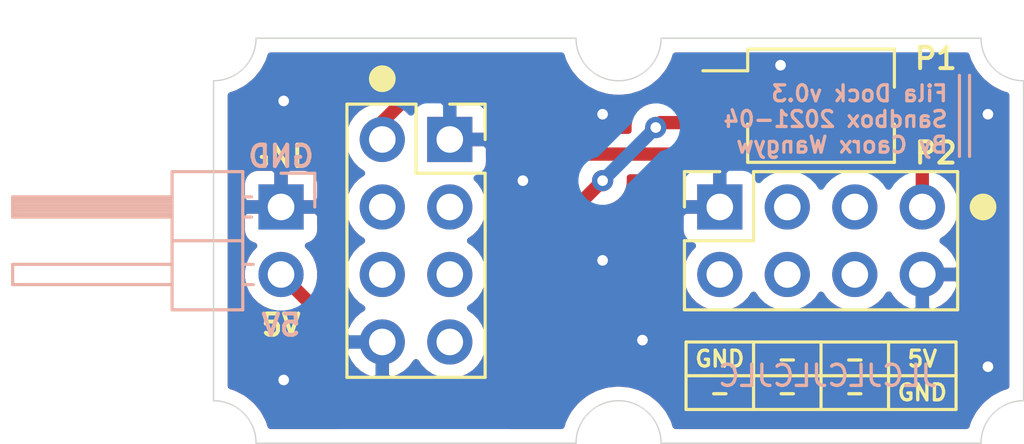
<source format=kicad_pcb>
(kicad_pcb (version 20171130) (host pcbnew "(5.1.9-0-10_14)")

  (general
    (thickness 1.6)
    (drawings 47)
    (tracks 30)
    (zones 0)
    (modules 4)
    (nets 15)
  )

  (page A4)
  (layers
    (0 F.Cu signal)
    (31 B.Cu signal)
    (32 B.Adhes user)
    (33 F.Adhes user)
    (34 B.Paste user)
    (35 F.Paste user)
    (36 B.SilkS user)
    (37 F.SilkS user)
    (38 B.Mask user)
    (39 F.Mask user)
    (40 Dwgs.User user hide)
    (41 Cmts.User user)
    (42 Eco1.User user)
    (43 Eco2.User user)
    (44 Edge.Cuts user)
    (45 Margin user)
    (46 B.CrtYd user)
    (47 F.CrtYd user)
    (48 B.Fab user)
    (49 F.Fab user)
  )

  (setup
    (last_trace_width 0.5)
    (user_trace_width 0.3)
    (user_trace_width 0.5)
    (trace_clearance 0.2)
    (zone_clearance 0.508)
    (zone_45_only no)
    (trace_min 0.2)
    (via_size 0.8)
    (via_drill 0.4)
    (via_min_size 0.4)
    (via_min_drill 0.3)
    (uvia_size 0.3)
    (uvia_drill 0.1)
    (uvias_allowed no)
    (uvia_min_size 0.2)
    (uvia_min_drill 0.1)
    (edge_width 0.05)
    (segment_width 0.2)
    (pcb_text_width 0.3)
    (pcb_text_size 1.5 1.5)
    (mod_edge_width 0.12)
    (mod_text_size 1 1)
    (mod_text_width 0.15)
    (pad_size 1.524 1.524)
    (pad_drill 0.762)
    (pad_to_mask_clearance 0)
    (aux_axis_origin 0 0)
    (visible_elements 7FFFFFFF)
    (pcbplotparams
      (layerselection 0x010fc_ffffffff)
      (usegerberextensions false)
      (usegerberattributes false)
      (usegerberadvancedattributes false)
      (creategerberjobfile true)
      (excludeedgelayer true)
      (linewidth 0.100000)
      (plotframeref false)
      (viasonmask false)
      (mode 1)
      (useauxorigin false)
      (hpglpennumber 1)
      (hpglpenspeed 20)
      (hpglpendiameter 15.000000)
      (psnegative false)
      (psa4output false)
      (plotreference true)
      (plotvalue true)
      (plotinvisibletext false)
      (padsonsilk false)
      (subtractmaskfromsilk false)
      (outputformat 1)
      (mirror false)
      (drillshape 0)
      (scaleselection 1)
      (outputdirectory "../Production Files/Production/"))
  )

  (net 0 "")
  (net 1 GND)
  (net 2 /5v_CON1)
  (net 3 /5v_CON2)
  (net 4 /5v_PWR)
  (net 5 "Net-(J1-Pad3)")
  (net 6 "Net-(J1-Pad4)")
  (net 7 "Net-(J1-Pad5)")
  (net 8 "Net-(J1-Pad6)")
  (net 9 "Net-(J1-Pad7)")
  (net 10 "Net-(J2-Pad2)")
  (net 11 "Net-(J2-Pad3)")
  (net 12 "Net-(J2-Pad4)")
  (net 13 "Net-(J2-Pad5)")
  (net 14 "Net-(J2-Pad6)")

  (net_class Default 这是默认网络类。
    (clearance 0.2)
    (trace_width 0.25)
    (via_dia 0.8)
    (via_drill 0.4)
    (uvia_dia 0.3)
    (uvia_drill 0.1)
    (add_net /5v_CON1)
    (add_net /5v_CON2)
    (add_net /5v_PWR)
    (add_net GND)
    (add_net "Net-(J1-Pad3)")
    (add_net "Net-(J1-Pad4)")
    (add_net "Net-(J1-Pad5)")
    (add_net "Net-(J1-Pad6)")
    (add_net "Net-(J1-Pad7)")
    (add_net "Net-(J2-Pad2)")
    (add_net "Net-(J2-Pad3)")
    (add_net "Net-(J2-Pad4)")
    (add_net "Net-(J2-Pad5)")
    (add_net "Net-(J2-Pad6)")
  )

  (module Connector_PinSocket_2.54mm:PinSocket_2x04_P2.54mm_Vertical (layer F.Cu) (tedit 5A19A422) (tstamp 607639E0)
    (at 105.41 46.99 90)
    (descr "Through hole straight socket strip, 2x04, 2.54mm pitch, double cols (from Kicad 4.0.7), script generated")
    (tags "Through hole socket strip THT 2x04 2.54mm double row")
    (path /60670B57)
    (fp_text reference J2 (at -1.27 -2.77 90) (layer F.Fab)
      (effects (font (size 1 1) (thickness 0.15)))
    )
    (fp_text value Conn_2 (at -1.27 10.39 90) (layer F.Fab)
      (effects (font (size 1 1) (thickness 0.15)))
    )
    (fp_line (start -4.34 9.4) (end -4.34 -1.8) (layer F.CrtYd) (width 0.05))
    (fp_line (start 1.76 9.4) (end -4.34 9.4) (layer F.CrtYd) (width 0.05))
    (fp_line (start 1.76 -1.8) (end 1.76 9.4) (layer F.CrtYd) (width 0.05))
    (fp_line (start -4.34 -1.8) (end 1.76 -1.8) (layer F.CrtYd) (width 0.05))
    (fp_line (start 0 -1.33) (end 1.33 -1.33) (layer F.SilkS) (width 0.12))
    (fp_line (start 1.33 -1.33) (end 1.33 0) (layer F.SilkS) (width 0.12))
    (fp_line (start -1.27 -1.33) (end -1.27 1.27) (layer F.SilkS) (width 0.12))
    (fp_line (start -1.27 1.27) (end 1.33 1.27) (layer F.SilkS) (width 0.12))
    (fp_line (start 1.33 1.27) (end 1.33 8.95) (layer F.SilkS) (width 0.12))
    (fp_line (start -3.87 8.95) (end 1.33 8.95) (layer F.SilkS) (width 0.12))
    (fp_line (start -3.87 -1.33) (end -3.87 8.95) (layer F.SilkS) (width 0.12))
    (fp_line (start -3.87 -1.33) (end -1.27 -1.33) (layer F.SilkS) (width 0.12))
    (fp_line (start -3.81 8.89) (end -3.81 -1.27) (layer F.Fab) (width 0.1))
    (fp_line (start 1.27 8.89) (end -3.81 8.89) (layer F.Fab) (width 0.1))
    (fp_line (start 1.27 -0.27) (end 1.27 8.89) (layer F.Fab) (width 0.1))
    (fp_line (start 0.27 -1.27) (end 1.27 -0.27) (layer F.Fab) (width 0.1))
    (fp_line (start -3.81 -1.27) (end 0.27 -1.27) (layer F.Fab) (width 0.1))
    (fp_text user %R (at -1.27 3.81) (layer F.Fab)
      (effects (font (size 1 1) (thickness 0.15)))
    )
    (pad 1 thru_hole rect (at 0 0 90) (size 1.7 1.7) (drill 1) (layers *.Cu *.Mask)
      (net 1 GND))
    (pad 2 thru_hole oval (at -2.54 0 90) (size 1.7 1.7) (drill 1) (layers *.Cu *.Mask)
      (net 10 "Net-(J2-Pad2)"))
    (pad 3 thru_hole oval (at 0 2.54 90) (size 1.7 1.7) (drill 1) (layers *.Cu *.Mask)
      (net 11 "Net-(J2-Pad3)"))
    (pad 4 thru_hole oval (at -2.54 2.54 90) (size 1.7 1.7) (drill 1) (layers *.Cu *.Mask)
      (net 12 "Net-(J2-Pad4)"))
    (pad 5 thru_hole oval (at 0 5.08 90) (size 1.7 1.7) (drill 1) (layers *.Cu *.Mask)
      (net 13 "Net-(J2-Pad5)"))
    (pad 6 thru_hole oval (at -2.54 5.08 90) (size 1.7 1.7) (drill 1) (layers *.Cu *.Mask)
      (net 14 "Net-(J2-Pad6)"))
    (pad 7 thru_hole oval (at 0 7.62 90) (size 1.7 1.7) (drill 1) (layers *.Cu *.Mask)
      (net 3 /5v_CON2))
    (pad 8 thru_hole oval (at -2.54 7.62 90) (size 1.7 1.7) (drill 1) (layers *.Cu *.Mask)
      (net 1 GND))
    (model ${KISYS3DMOD}/Connector_PinSocket_2.54mm.3dshapes/PinSocket_2x04_P2.54mm_Vertical.wrl
      (at (xyz 0 0 0))
      (scale (xyz 1 1 1))
      (rotate (xyz 0 0 0))
    )
  )

  (module Connector_PinSocket_2.54mm:PinSocket_2x04_P2.54mm_Vertical (layer F.Cu) (tedit 5A19A422) (tstamp 606982E3)
    (at 95.25 44.45)
    (descr "Through hole straight socket strip, 2x04, 2.54mm pitch, double cols (from Kicad 4.0.7), script generated")
    (tags "Through hole socket strip THT 2x04 2.54mm double row")
    (path /606704CD)
    (fp_text reference J1 (at -1.27 -2.77) (layer F.Fab)
      (effects (font (size 1 1) (thickness 0.15)))
    )
    (fp_text value Conn_1 (at -1.27 10.39) (layer F.Fab)
      (effects (font (size 1 1) (thickness 0.15)))
    )
    (fp_line (start -4.34 9.4) (end -4.34 -1.8) (layer F.CrtYd) (width 0.05))
    (fp_line (start 1.76 9.4) (end -4.34 9.4) (layer F.CrtYd) (width 0.05))
    (fp_line (start 1.76 -1.8) (end 1.76 9.4) (layer F.CrtYd) (width 0.05))
    (fp_line (start -4.34 -1.8) (end 1.76 -1.8) (layer F.CrtYd) (width 0.05))
    (fp_line (start 0 -1.33) (end 1.33 -1.33) (layer F.SilkS) (width 0.12))
    (fp_line (start 1.33 -1.33) (end 1.33 0) (layer F.SilkS) (width 0.12))
    (fp_line (start -1.27 -1.33) (end -1.27 1.27) (layer F.SilkS) (width 0.12))
    (fp_line (start -1.27 1.27) (end 1.33 1.27) (layer F.SilkS) (width 0.12))
    (fp_line (start 1.33 1.27) (end 1.33 8.95) (layer F.SilkS) (width 0.12))
    (fp_line (start -3.87 8.95) (end 1.33 8.95) (layer F.SilkS) (width 0.12))
    (fp_line (start -3.87 -1.33) (end -3.87 8.95) (layer F.SilkS) (width 0.12))
    (fp_line (start -3.87 -1.33) (end -1.27 -1.33) (layer F.SilkS) (width 0.12))
    (fp_line (start -3.81 8.89) (end -3.81 -1.27) (layer F.Fab) (width 0.1))
    (fp_line (start 1.27 8.89) (end -3.81 8.89) (layer F.Fab) (width 0.1))
    (fp_line (start 1.27 -0.27) (end 1.27 8.89) (layer F.Fab) (width 0.1))
    (fp_line (start 0.27 -1.27) (end 1.27 -0.27) (layer F.Fab) (width 0.1))
    (fp_line (start -3.81 -1.27) (end 0.27 -1.27) (layer F.Fab) (width 0.1))
    (fp_text user %R (at -1.27 3.81 90) (layer F.Fab)
      (effects (font (size 1 1) (thickness 0.15)))
    )
    (pad 1 thru_hole rect (at 0 0) (size 1.7 1.7) (drill 1) (layers *.Cu *.Mask)
      (net 1 GND))
    (pad 2 thru_hole oval (at -2.54 0) (size 1.7 1.7) (drill 1) (layers *.Cu *.Mask)
      (net 2 /5v_CON1))
    (pad 3 thru_hole oval (at 0 2.54) (size 1.7 1.7) (drill 1) (layers *.Cu *.Mask)
      (net 5 "Net-(J1-Pad3)"))
    (pad 4 thru_hole oval (at -2.54 2.54) (size 1.7 1.7) (drill 1) (layers *.Cu *.Mask)
      (net 6 "Net-(J1-Pad4)"))
    (pad 5 thru_hole oval (at 0 5.08) (size 1.7 1.7) (drill 1) (layers *.Cu *.Mask)
      (net 7 "Net-(J1-Pad5)"))
    (pad 6 thru_hole oval (at -2.54 5.08) (size 1.7 1.7) (drill 1) (layers *.Cu *.Mask)
      (net 8 "Net-(J1-Pad6)"))
    (pad 7 thru_hole oval (at 0 7.62) (size 1.7 1.7) (drill 1) (layers *.Cu *.Mask)
      (net 9 "Net-(J1-Pad7)"))
    (pad 8 thru_hole oval (at -2.54 7.62) (size 1.7 1.7) (drill 1) (layers *.Cu *.Mask)
      (net 1 GND))
    (model ${KISYS3DMOD}/Connector_PinSocket_2.54mm.3dshapes/PinSocket_2x04_P2.54mm_Vertical.wrl
      (at (xyz 0 0 0))
      (scale (xyz 1 1 1))
      (rotate (xyz 0 0 0))
    )
  )

  (module Connector_PinHeader_2.54mm:PinHeader_1x02_P2.54mm_Horizontal (layer B.Cu) (tedit 59FED5CB) (tstamp 60698672)
    (at 88.9 46.99 180)
    (descr "Through hole angled pin header, 1x02, 2.54mm pitch, 6mm pin length, single row")
    (tags "Through hole angled pin header THT 1x02 2.54mm single row")
    (path /60677A8B)
    (fp_text reference J3 (at 4.385 2.27) (layer B.Fab)
      (effects (font (size 1 1) (thickness 0.15)) (justify mirror))
    )
    (fp_text value PWR_IN (at 4.385 -4.81) (layer B.Fab)
      (effects (font (size 1 1) (thickness 0.15)) (justify mirror))
    )
    (fp_line (start 10.55 1.8) (end -1.8 1.8) (layer B.CrtYd) (width 0.05))
    (fp_line (start 10.55 -4.35) (end 10.55 1.8) (layer B.CrtYd) (width 0.05))
    (fp_line (start -1.8 -4.35) (end 10.55 -4.35) (layer B.CrtYd) (width 0.05))
    (fp_line (start -1.8 1.8) (end -1.8 -4.35) (layer B.CrtYd) (width 0.05))
    (fp_line (start -1.27 1.27) (end 0 1.27) (layer B.SilkS) (width 0.12))
    (fp_line (start -1.27 0) (end -1.27 1.27) (layer B.SilkS) (width 0.12))
    (fp_line (start 1.042929 -2.92) (end 1.44 -2.92) (layer B.SilkS) (width 0.12))
    (fp_line (start 1.042929 -2.16) (end 1.44 -2.16) (layer B.SilkS) (width 0.12))
    (fp_line (start 10.1 -2.92) (end 4.1 -2.92) (layer B.SilkS) (width 0.12))
    (fp_line (start 10.1 -2.16) (end 10.1 -2.92) (layer B.SilkS) (width 0.12))
    (fp_line (start 4.1 -2.16) (end 10.1 -2.16) (layer B.SilkS) (width 0.12))
    (fp_line (start 1.44 -1.27) (end 4.1 -1.27) (layer B.SilkS) (width 0.12))
    (fp_line (start 1.11 -0.38) (end 1.44 -0.38) (layer B.SilkS) (width 0.12))
    (fp_line (start 1.11 0.38) (end 1.44 0.38) (layer B.SilkS) (width 0.12))
    (fp_line (start 4.1 -0.28) (end 10.1 -0.28) (layer B.SilkS) (width 0.12))
    (fp_line (start 4.1 -0.16) (end 10.1 -0.16) (layer B.SilkS) (width 0.12))
    (fp_line (start 4.1 -0.04) (end 10.1 -0.04) (layer B.SilkS) (width 0.12))
    (fp_line (start 4.1 0.08) (end 10.1 0.08) (layer B.SilkS) (width 0.12))
    (fp_line (start 4.1 0.2) (end 10.1 0.2) (layer B.SilkS) (width 0.12))
    (fp_line (start 4.1 0.32) (end 10.1 0.32) (layer B.SilkS) (width 0.12))
    (fp_line (start 10.1 -0.38) (end 4.1 -0.38) (layer B.SilkS) (width 0.12))
    (fp_line (start 10.1 0.38) (end 10.1 -0.38) (layer B.SilkS) (width 0.12))
    (fp_line (start 4.1 0.38) (end 10.1 0.38) (layer B.SilkS) (width 0.12))
    (fp_line (start 4.1 1.33) (end 1.44 1.33) (layer B.SilkS) (width 0.12))
    (fp_line (start 4.1 -3.87) (end 4.1 1.33) (layer B.SilkS) (width 0.12))
    (fp_line (start 1.44 -3.87) (end 4.1 -3.87) (layer B.SilkS) (width 0.12))
    (fp_line (start 1.44 1.33) (end 1.44 -3.87) (layer B.SilkS) (width 0.12))
    (fp_line (start 4.04 -2.86) (end 10.04 -2.86) (layer B.Fab) (width 0.1))
    (fp_line (start 10.04 -2.22) (end 10.04 -2.86) (layer B.Fab) (width 0.1))
    (fp_line (start 4.04 -2.22) (end 10.04 -2.22) (layer B.Fab) (width 0.1))
    (fp_line (start -0.32 -2.86) (end 1.5 -2.86) (layer B.Fab) (width 0.1))
    (fp_line (start -0.32 -2.22) (end -0.32 -2.86) (layer B.Fab) (width 0.1))
    (fp_line (start -0.32 -2.22) (end 1.5 -2.22) (layer B.Fab) (width 0.1))
    (fp_line (start 4.04 -0.32) (end 10.04 -0.32) (layer B.Fab) (width 0.1))
    (fp_line (start 10.04 0.32) (end 10.04 -0.32) (layer B.Fab) (width 0.1))
    (fp_line (start 4.04 0.32) (end 10.04 0.32) (layer B.Fab) (width 0.1))
    (fp_line (start -0.32 -0.32) (end 1.5 -0.32) (layer B.Fab) (width 0.1))
    (fp_line (start -0.32 0.32) (end -0.32 -0.32) (layer B.Fab) (width 0.1))
    (fp_line (start -0.32 0.32) (end 1.5 0.32) (layer B.Fab) (width 0.1))
    (fp_line (start 1.5 0.635) (end 2.135 1.27) (layer B.Fab) (width 0.1))
    (fp_line (start 1.5 -3.81) (end 1.5 0.635) (layer B.Fab) (width 0.1))
    (fp_line (start 4.04 -3.81) (end 1.5 -3.81) (layer B.Fab) (width 0.1))
    (fp_line (start 4.04 1.27) (end 4.04 -3.81) (layer B.Fab) (width 0.1))
    (fp_line (start 2.135 1.27) (end 4.04 1.27) (layer B.Fab) (width 0.1))
    (fp_text user %R (at 2.77 -1.27 -90) (layer B.Fab)
      (effects (font (size 1 1) (thickness 0.15)) (justify mirror))
    )
    (pad 2 thru_hole oval (at 0 -2.54 180) (size 1.7 1.7) (drill 1) (layers *.Cu *.Mask)
      (net 4 /5v_PWR))
    (pad 1 thru_hole rect (at 0 0 180) (size 1.7 1.7) (drill 1) (layers *.Cu *.Mask)
      (net 1 GND))
    (model ${KISYS3DMOD}/Connector_PinHeader_2.54mm.3dshapes/PinHeader_1x02_P2.54mm_Horizontal.wrl
      (at (xyz 0 0 0))
      (scale (xyz 1 1 1))
      (rotate (xyz 0 0 0))
    )
  )

  (module Button_Switch_SMD:SW_DIP_SPSTx02_Slide_KingTek_DSHP02TS_W7.62mm_P1.27mm (layer F.Cu) (tedit 5A508D3E) (tstamp 60762B87)
    (at 109.22 43.18)
    (descr "SMD 2x-dip-switch SPST KingTek_DSHP02TS, Slide, row spacing 7.62 mm (300 mils), body size  (see http://www.kingtek.net.cn/pic/201601201417455112.pdf)")
    (tags "SMD DIP Switch SPST Slide 7.62mm 300mil")
    (path /606D1845)
    (attr smd)
    (fp_text reference SW1 (at 0 -3.13) (layer F.Fab)
      (effects (font (size 1 1) (thickness 0.15)))
    )
    (fp_text value PowerSel (at 0 3.13) (layer F.Fab)
      (effects (font (size 1 1) (thickness 0.15)))
    )
    (fp_line (start -1.7 -2.07) (end 2.7 -2.07) (layer F.Fab) (width 0.1))
    (fp_line (start 2.7 -2.07) (end 2.7 2.07) (layer F.Fab) (width 0.1))
    (fp_line (start 2.7 2.07) (end -2.7 2.07) (layer F.Fab) (width 0.1))
    (fp_line (start -2.7 2.07) (end -2.7 -1.07) (layer F.Fab) (width 0.1))
    (fp_line (start -2.7 -1.07) (end -1.7 -2.07) (layer F.Fab) (width 0.1))
    (fp_line (start -1 -1.035) (end -1 -0.235) (layer F.Fab) (width 0.1))
    (fp_line (start -1 -0.235) (end 1 -0.235) (layer F.Fab) (width 0.1))
    (fp_line (start 1 -0.235) (end 1 -1.035) (layer F.Fab) (width 0.1))
    (fp_line (start 1 -1.035) (end -1 -1.035) (layer F.Fab) (width 0.1))
    (fp_line (start -1 -0.935) (end -0.333333 -0.935) (layer F.Fab) (width 0.1))
    (fp_line (start -1 -0.835) (end -0.333333 -0.835) (layer F.Fab) (width 0.1))
    (fp_line (start -1 -0.735) (end -0.333333 -0.735) (layer F.Fab) (width 0.1))
    (fp_line (start -1 -0.635) (end -0.333333 -0.635) (layer F.Fab) (width 0.1))
    (fp_line (start -1 -0.535) (end -0.333333 -0.535) (layer F.Fab) (width 0.1))
    (fp_line (start -1 -0.435) (end -0.333333 -0.435) (layer F.Fab) (width 0.1))
    (fp_line (start -1 -0.335) (end -0.333333 -0.335) (layer F.Fab) (width 0.1))
    (fp_line (start -0.333333 -1.035) (end -0.333333 -0.235) (layer F.Fab) (width 0.1))
    (fp_line (start -1 0.235) (end -1 1.035) (layer F.Fab) (width 0.1))
    (fp_line (start -1 1.035) (end 1 1.035) (layer F.Fab) (width 0.1))
    (fp_line (start 1 1.035) (end 1 0.235) (layer F.Fab) (width 0.1))
    (fp_line (start 1 0.235) (end -1 0.235) (layer F.Fab) (width 0.1))
    (fp_line (start -1 0.335) (end -0.333333 0.335) (layer F.Fab) (width 0.1))
    (fp_line (start -1 0.435) (end -0.333333 0.435) (layer F.Fab) (width 0.1))
    (fp_line (start -1 0.535) (end -0.333333 0.535) (layer F.Fab) (width 0.1))
    (fp_line (start -1 0.635) (end -0.333333 0.635) (layer F.Fab) (width 0.1))
    (fp_line (start -1 0.735) (end -0.333333 0.735) (layer F.Fab) (width 0.1))
    (fp_line (start -1 0.835) (end -0.333333 0.835) (layer F.Fab) (width 0.1))
    (fp_line (start -1 0.935) (end -0.333333 0.935) (layer F.Fab) (width 0.1))
    (fp_line (start -0.333333 0.235) (end -0.333333 1.035) (layer F.Fab) (width 0.1))
    (fp_line (start -2.76 2.13) (end 2.76 2.13) (layer F.SilkS) (width 0.12))
    (fp_line (start -4.446 -1.315) (end -2.76 -1.315) (layer F.SilkS) (width 0.12))
    (fp_line (start -2.76 -2.131) (end -2.76 -1.315) (layer F.SilkS) (width 0.12))
    (fp_line (start -2.76 -2.131) (end 2.76 -2.131) (layer F.SilkS) (width 0.12))
    (fp_line (start 2.76 -2.131) (end 2.76 -0.696) (layer F.SilkS) (width 0.12))
    (fp_line (start -2.76 0.695) (end -2.76 2.13) (layer F.SilkS) (width 0.12))
    (fp_line (start 2.76 0.695) (end 2.76 2.13) (layer F.SilkS) (width 0.12))
    (fp_line (start -4.7 -2.4) (end -4.7 2.4) (layer F.CrtYd) (width 0.05))
    (fp_line (start -4.7 2.4) (end 4.7 2.4) (layer F.CrtYd) (width 0.05))
    (fp_line (start 4.7 2.4) (end 4.7 -2.4) (layer F.CrtYd) (width 0.05))
    (fp_line (start 4.7 -2.4) (end -4.7 -2.4) (layer F.CrtYd) (width 0.05))
    (fp_text user %R (at 1.85 0 90) (layer F.Fab)
      (effects (font (size 0.8 0.8) (thickness 0.12)))
    )
    (fp_text user on (at -0.055 -1.5525) (layer F.Fab)
      (effects (font (size 0.8 0.8) (thickness 0.12)))
    )
    (pad 1 smd rect (at -3.81 -0.635) (size 1.27 0.76) (layers F.Cu F.Paste F.Mask)
      (net 4 /5v_PWR))
    (pad 3 smd rect (at 3.81 0.635) (size 1.27 0.76) (layers F.Cu F.Paste F.Mask)
      (net 3 /5v_CON2))
    (pad 2 smd rect (at -3.81 0.635) (size 1.27 0.76) (layers F.Cu F.Paste F.Mask)
      (net 4 /5v_PWR))
    (pad 4 smd rect (at 3.81 -0.635) (size 1.27 0.76) (layers F.Cu F.Paste F.Mask)
      (net 2 /5v_CON1))
    (model ${KISYS3DMOD}/Button_Switch_SMD.3dshapes/SW_DIP_SPSTx02_Slide_KingTek_DSHP02TS_W7.62mm_P1.27mm.wrl
      (at (xyz 0 0 0))
      (scale (xyz 1 1 1))
      (rotate (xyz 0 0 0))
    )
  )

  (gr_circle (center 115.316 46.99) (end 115.57 46.99) (layer F.SilkS) (width 0.5) (tstamp 6076DBF0))
  (gr_circle (center 92.71 42.164) (end 92.964 42.164) (layer F.SilkS) (width 0.5))
  (gr_line (start 111.76 54.61) (end 111.76 52.07) (layer F.SilkS) (width 0.12))
  (gr_line (start 109.22 54.61) (end 109.22 52.07) (layer F.SilkS) (width 0.12))
  (gr_line (start 106.68 54.61) (end 106.68 52.07) (layer F.SilkS) (width 0.12))
  (gr_line (start 114.3 53.34) (end 104.14 53.34) (layer F.SilkS) (width 0.12))
  (gr_line (start 104.14 54.61) (end 104.14 52.07) (layer F.SilkS) (width 0.12) (tstamp 60768A17))
  (gr_line (start 114.3 54.61) (end 104.14 54.61) (layer F.SilkS) (width 0.12))
  (gr_line (start 114.3 52.07) (end 114.3 54.61) (layer F.SilkS) (width 0.12))
  (gr_line (start 104.14 52.07) (end 114.3 52.07) (layer F.SilkS) (width 0.12))
  (gr_text - (at 107.95 53.975) (layer F.SilkS) (tstamp 607689AF)
    (effects (font (size 0.6 0.6) (thickness 0.125)))
  )
  (gr_text - (at 110.49 53.975) (layer F.SilkS) (tstamp 607689AE)
    (effects (font (size 0.6 0.6) (thickness 0.125)))
  )
  (gr_text - (at 105.41 53.975) (layer F.SilkS) (tstamp 607689AD)
    (effects (font (size 0.6 0.6) (thickness 0.125)))
  )
  (gr_text GND (at 113.03 53.975) (layer F.SilkS) (tstamp 607689AC)
    (effects (font (size 0.6 0.6) (thickness 0.125)))
  )
  (gr_text 5V (at 113.03 52.705) (layer F.SilkS) (tstamp 607689AA)
    (effects (font (size 0.6 0.6) (thickness 0.125)))
  )
  (gr_text - (at 110.49 52.705) (layer F.SilkS) (tstamp 607689A8)
    (effects (font (size 0.6 0.6) (thickness 0.125)))
  )
  (gr_text - (at 107.95 52.705) (layer F.SilkS) (tstamp 607689A6)
    (effects (font (size 0.6 0.6) (thickness 0.125)))
  )
  (gr_text GND (at 105.41 52.705) (layer F.SilkS) (tstamp 60768948)
    (effects (font (size 0.6 0.6) (thickness 0.125)))
  )
  (gr_text JLCJLCJLCJLC (at 113.665 53.34) (layer B.SilkS) (tstamp 60768948)
    (effects (font (size 0.8 0.8) (thickness 0.125)) (justify left mirror))
  )
  (gr_arc (start 86.36 55.88) (end 87.96 55.88) (angle -90) (layer Edge.Cuts) (width 0.05) (tstamp 60768698))
  (gr_arc (start 101.6 55.88) (end 103.2 55.88) (angle -180) (layer Edge.Cuts) (width 0.05) (tstamp 60768697))
  (gr_arc (start 116.84 55.88) (end 116.84 54.28) (angle -90) (layer Edge.Cuts) (width 0.05) (tstamp 60768696))
  (gr_line (start 103.2 55.88) (end 115.24 55.88) (layer Edge.Cuts) (width 0.05) (tstamp 60768695))
  (gr_line (start 87.96 55.88) (end 100 55.88) (layer Edge.Cuts) (width 0.05) (tstamp 60768694))
  (gr_arc (start 116.84 40.64) (end 115.24 40.64) (angle -90) (layer Edge.Cuts) (width 0.05) (tstamp 60768668))
  (gr_arc (start 101.6 40.64) (end 100 40.64) (angle -180) (layer Edge.Cuts) (width 0.05))
  (gr_arc (start 86.36 40.64) (end 86.36 42.24) (angle -90) (layer Edge.Cuts) (width 0.05))
  (gr_line (start 100 40.64) (end 87.96 40.64) (layer Edge.Cuts) (width 0.05) (tstamp 607684D6))
  (dimension 2.54 (width 0.15) (layer Dwgs.User)
    (gr_text "2.540 mm" (at 121.696 41.91 270) (layer Dwgs.User)
      (effects (font (size 1 1) (thickness 0.15)))
    )
    (feature1 (pts (xy 116.84 43.18) (xy 120.982421 43.18)))
    (feature2 (pts (xy 116.84 40.64) (xy 120.982421 40.64)))
    (crossbar (pts (xy 120.396 40.64) (xy 120.396 43.18)))
    (arrow1a (pts (xy 120.396 43.18) (xy 119.809579 42.053496)))
    (arrow1b (pts (xy 120.396 43.18) (xy 120.982421 42.053496)))
    (arrow2a (pts (xy 120.396 40.64) (xy 119.809579 41.766504)))
    (arrow2b (pts (xy 120.396 40.64) (xy 120.982421 41.766504)))
  )
  (dimension 7.62 (width 0.15) (layer Dwgs.User)
    (gr_text "7.620 mm" (at 97.79 36.8) (layer Dwgs.User)
      (effects (font (size 1 1) (thickness 0.15)))
    )
    (feature1 (pts (xy 93.98 48.26) (xy 93.98 37.513579)))
    (feature2 (pts (xy 101.6 48.26) (xy 101.6 37.513579)))
    (crossbar (pts (xy 101.6 38.1) (xy 93.98 38.1)))
    (arrow1a (pts (xy 93.98 38.1) (xy 95.106504 37.513579)))
    (arrow1b (pts (xy 93.98 38.1) (xy 95.106504 38.686421)))
    (arrow2a (pts (xy 101.6 38.1) (xy 100.473496 37.513579)))
    (arrow2b (pts (xy 101.6 38.1) (xy 100.473496 38.686421)))
  )
  (dimension 7.62 (width 0.15) (layer Dwgs.User)
    (gr_text "7.620 mm" (at 120.68 52.07 270) (layer Dwgs.User)
      (effects (font (size 1 1) (thickness 0.15)))
    )
    (feature1 (pts (xy 109.22 55.88) (xy 119.966421 55.88)))
    (feature2 (pts (xy 109.22 48.26) (xy 119.966421 48.26)))
    (crossbar (pts (xy 119.38 48.26) (xy 119.38 55.88)))
    (arrow1a (pts (xy 119.38 55.88) (xy 118.793579 54.753496)))
    (arrow1b (pts (xy 119.38 55.88) (xy 119.966421 54.753496)))
    (arrow2a (pts (xy 119.38 48.26) (xy 118.793579 49.386504)))
    (arrow2b (pts (xy 119.38 48.26) (xy 119.966421 49.386504)))
  )
  (dimension 7.62 (width 0.15) (layer Dwgs.User)
    (gr_text "7.620 mm" (at 113.03 36.8) (layer Dwgs.User)
      (effects (font (size 1 1) (thickness 0.15)))
    )
    (feature1 (pts (xy 116.84 48.26) (xy 116.84 37.513579)))
    (feature2 (pts (xy 109.22 48.26) (xy 109.22 37.513579)))
    (crossbar (pts (xy 109.22 38.1) (xy 116.84 38.1)))
    (arrow1a (pts (xy 116.84 38.1) (xy 115.713496 38.686421)))
    (arrow1b (pts (xy 116.84 38.1) (xy 115.713496 37.513579)))
    (arrow2a (pts (xy 109.22 38.1) (xy 110.346504 38.686421)))
    (arrow2b (pts (xy 109.22 38.1) (xy 110.346504 37.513579)))
  )
  (dimension 7.62 (width 0.15) (layer Dwgs.User)
    (gr_text "7.620 mm" (at 90.17 36.8) (layer Dwgs.User)
      (effects (font (size 1 1) (thickness 0.15)))
    )
    (feature1 (pts (xy 86.36 48.26) (xy 86.36 37.513579)))
    (feature2 (pts (xy 93.98 48.26) (xy 93.98 37.513579)))
    (crossbar (pts (xy 93.98 38.1) (xy 86.36 38.1)))
    (arrow1a (pts (xy 86.36 38.1) (xy 87.486504 37.513579)))
    (arrow1b (pts (xy 86.36 38.1) (xy 87.486504 38.686421)))
    (arrow2a (pts (xy 93.98 38.1) (xy 92.853496 37.513579)))
    (arrow2b (pts (xy 93.98 38.1) (xy 92.853496 38.686421)))
  )
  (gr_text 5V (at 88.9 51.435) (layer F.SilkS) (tstamp 6069D5E2)
    (effects (font (size 0.8 0.8) (thickness 0.15)))
  )
  (gr_text GND (at 88.9 45.085) (layer F.SilkS) (tstamp 6069D5DD)
    (effects (font (size 0.8 0.8) (thickness 0.15)))
  )
  (gr_text P1 (at 113.538 41.402) (layer F.SilkS) (tstamp 6069D3F0)
    (effects (font (size 0.8 0.8) (thickness 0.15)))
  )
  (gr_text P2 (at 113.538 44.958) (layer F.SilkS) (tstamp 6076DE3A)
    (effects (font (size 0.8 0.8) (thickness 0.15)))
  )
  (gr_text 5V (at 88.9 51.435) (layer B.SilkS)
    (effects (font (size 0.8 0.8) (thickness 0.15)) (justify mirror))
  )
  (gr_text GND (at 88.9 45.085) (layer B.SilkS)
    (effects (font (size 0.8 0.8) (thickness 0.15)) (justify mirror))
  )
  (gr_line (start 114.808 45.085) (end 114.808 42.037) (layer B.SilkS) (width 0.12))
  (gr_line (start 114.427 45.085) (end 114.427 42.037) (layer B.SilkS) (width 0.12))
  (gr_text "Fila Dock v0.3\nSandbox 2021-04\nBy Caorx Wangyw" (at 114.046 43.688) (layer B.SilkS)
    (effects (font (size 0.6 0.6) (thickness 0.125)) (justify left mirror))
  )
  (gr_line (start 86.36 42.24) (end 86.36 54.28) (layer Edge.Cuts) (width 0.05))
  (gr_line (start 115.24 40.64) (end 103.2 40.64) (layer Edge.Cuts) (width 0.05))
  (gr_line (start 116.84 54.28) (end 116.84 42.24) (layer Edge.Cuts) (width 0.05))
  (gr_line (start 109.22 40.64) (end 109.22 55.88) (layer F.Fab) (width 0.12))
  (gr_line (start 93.98 55.88) (end 93.98 40.64) (layer F.Fab) (width 0.12))

  (via (at 107.696 41.656) (size 0.8) (drill 0.4) (layers F.Cu B.Cu) (net 1))
  (via (at 98 46) (size 0.8) (drill 0.4) (layers F.Cu B.Cu) (net 1))
  (via (at 89 43) (size 0.8) (drill 0.4) (layers F.Cu B.Cu) (net 1))
  (via (at 89 53.5) (size 0.8) (drill 0.4) (layers F.Cu B.Cu) (net 1))
  (via (at 101 49) (size 0.8) (drill 0.4) (layers F.Cu B.Cu) (net 1))
  (via (at 101 43.5) (size 0.8) (drill 0.4) (layers F.Cu B.Cu) (net 1))
  (via (at 115.5 43.5) (size 0.8) (drill 0.4) (layers F.Cu B.Cu) (net 1))
  (via (at 115.5 53) (size 0.8) (drill 0.4) (layers F.Cu B.Cu) (net 1))
  (via (at 102.5 52) (size 0.8) (drill 0.4) (layers F.Cu B.Cu) (net 1))
  (segment (start 92.71 43.79) (end 92.71 44.45) (width 0.5) (layer F.Cu) (net 2))
  (segment (start 94 42.5) (end 92.71 43.79) (width 0.5) (layer F.Cu) (net 2))
  (segment (start 97.5 42.5) (end 94 42.5) (width 0.5) (layer F.Cu) (net 2))
  (segment (start 106.050002 45) (end 100 45) (width 0.5) (layer F.Cu) (net 2))
  (segment (start 100 45) (end 97.5 42.5) (width 0.5) (layer F.Cu) (net 2))
  (segment (start 108.505002 42.545) (end 106.050002 45) (width 0.5) (layer F.Cu) (net 2))
  (segment (start 113.03 42.545) (end 108.505002 42.545) (width 0.5) (layer F.Cu) (net 2))
  (segment (start 113.03 43.815) (end 113.03 46.99) (width 0.5) (layer F.Cu) (net 3))
  (segment (start 105.41 42.545) (end 105.41 43.815) (width 0.5) (layer F.Cu) (net 4))
  (via (at 103 44) (size 0.8) (drill 0.4) (layers F.Cu B.Cu) (net 4))
  (segment (start 103.185 43.815) (end 103 44) (width 0.5) (layer F.Cu) (net 4))
  (segment (start 105.41 43.815) (end 103.185 43.815) (width 0.5) (layer F.Cu) (net 4))
  (via (at 101 46) (size 0.8) (drill 0.4) (layers F.Cu B.Cu) (net 4))
  (segment (start 103 44) (end 101 46) (width 0.5) (layer B.Cu) (net 4))
  (segment (start 101 46) (end 98 49) (width 0.5) (layer F.Cu) (net 4))
  (segment (start 98 49) (end 98 53.5) (width 0.5) (layer F.Cu) (net 4))
  (segment (start 98 53.5) (end 97 54.5) (width 0.5) (layer F.Cu) (net 4))
  (segment (start 97 54.5) (end 91.5 54.5) (width 0.5) (layer F.Cu) (net 4))
  (segment (start 91.5 54.5) (end 90.5 53.5) (width 0.5) (layer F.Cu) (net 4))
  (segment (start 90.5 51.13) (end 88.9 49.53) (width 0.5) (layer F.Cu) (net 4))
  (segment (start 90.5 53.5) (end 90.5 51.13) (width 0.5) (layer F.Cu) (net 4))

  (zone (net 1) (net_name GND) (layer F.Cu) (tstamp 6076E7CB) (hatch edge 0.508)
    (connect_pads (clearance 0.508))
    (min_thickness 0.254)
    (fill yes (arc_segments 32) (thermal_gap 0.508) (thermal_bridge_width 0.508))
    (polygon
      (pts
        (xy 116.84 55.88) (xy 86.36 55.88) (xy 86.36 40.64) (xy 116.84 40.64)
      )
    )
    (filled_polygon
      (pts
        (xy 99.500277 41.46987) (xy 99.523817 41.524792) (xy 99.546637 41.580159) (xy 99.551021 41.588265) (xy 99.701456 41.861904)
        (xy 99.735221 41.911217) (xy 99.768355 41.961088) (xy 99.77423 41.968188) (xy 99.974951 42.207397) (xy 100.01768 42.249241)
        (xy 100.059838 42.291694) (xy 100.06698 42.297519) (xy 100.31034 42.493185) (xy 100.360392 42.525938) (xy 100.409987 42.559391)
        (xy 100.418119 42.563714) (xy 100.418123 42.563717) (xy 100.418127 42.563719) (xy 100.694854 42.708388) (xy 100.750289 42.730785)
        (xy 100.805461 42.753978) (xy 100.814283 42.756641) (xy 101.113844 42.844807) (xy 101.17256 42.856007) (xy 101.231202 42.868045)
        (xy 101.240373 42.868944) (xy 101.551353 42.897245) (xy 101.611171 42.896827) (xy 101.670988 42.897245) (xy 101.68016 42.896345)
        (xy 101.990715 42.863704) (xy 102.049291 42.85168) (xy 102.10807 42.840468) (xy 102.116892 42.837804) (xy 102.415192 42.745465)
        (xy 102.470335 42.722285) (xy 102.5258 42.699876) (xy 102.533937 42.695549) (xy 102.808621 42.547028) (xy 102.858205 42.513583)
        (xy 102.908268 42.480823) (xy 102.915409 42.474999) (xy 103.156013 42.275953) (xy 103.198154 42.233518) (xy 103.240903 42.191654)
        (xy 103.246777 42.184554) (xy 103.444138 41.942565) (xy 103.477241 41.892741) (xy 103.511036 41.843385) (xy 103.515419 41.835279)
        (xy 103.662019 41.559565) (xy 103.684799 41.504296) (xy 103.708381 41.449276) (xy 103.711105 41.440473) (xy 103.753516 41.3)
        (xy 114.686495 41.3) (xy 114.734535 41.455192) (xy 114.757715 41.510335) (xy 114.780124 41.5658) (xy 114.784451 41.573937)
        (xy 114.932972 41.848621) (xy 114.966417 41.898205) (xy 114.999177 41.948268) (xy 115.005001 41.955409) (xy 115.204047 42.196013)
        (xy 115.246482 42.238154) (xy 115.288346 42.280903) (xy 115.295446 42.286777) (xy 115.537435 42.484138) (xy 115.587259 42.517241)
        (xy 115.636615 42.551036) (xy 115.644721 42.555419) (xy 115.920435 42.702019) (xy 115.975704 42.724799) (xy 116.030724 42.748381)
        (xy 116.039527 42.751105) (xy 116.180001 42.793516) (xy 116.18 53.726495) (xy 116.024808 53.774535) (xy 115.969653 53.79772)
        (xy 115.9142 53.820124) (xy 115.906068 53.824449) (xy 115.906063 53.824451) (xy 115.906059 53.824454) (xy 115.631379 53.972972)
        (xy 115.581795 54.006417) (xy 115.531732 54.039177) (xy 115.524591 54.045001) (xy 115.283987 54.244046) (xy 115.241863 54.286465)
        (xy 115.199097 54.328345) (xy 115.193223 54.335446) (xy 114.995862 54.577435) (xy 114.962759 54.627259) (xy 114.928964 54.676615)
        (xy 114.924581 54.684721) (xy 114.777981 54.960434) (xy 114.755189 55.015731) (xy 114.731619 55.070725) (xy 114.728895 55.079528)
        (xy 114.686484 55.22) (xy 103.753609 55.22) (xy 103.699723 55.05013) (xy 103.676157 54.995147) (xy 103.653362 54.939841)
        (xy 103.648979 54.931735) (xy 103.498544 54.658095) (xy 103.464755 54.608748) (xy 103.431645 54.558913) (xy 103.425771 54.551812)
        (xy 103.225049 54.312603) (xy 103.182319 54.270759) (xy 103.140161 54.228305) (xy 103.13302 54.222481) (xy 102.88966 54.026814)
        (xy 102.8396 53.994055) (xy 102.790014 53.960609) (xy 102.781877 53.956283) (xy 102.505146 53.811612) (xy 102.449711 53.789215)
        (xy 102.394539 53.766022) (xy 102.385717 53.763359) (xy 102.086156 53.675193) (xy 102.02744 53.663993) (xy 101.968798 53.651955)
        (xy 101.959627 53.651056) (xy 101.648647 53.622755) (xy 101.58883 53.623173) (xy 101.529012 53.622755) (xy 101.519841 53.623655)
        (xy 101.519839 53.623655) (xy 101.209285 53.656296) (xy 101.150709 53.66832) (xy 101.09193 53.679532) (xy 101.083108 53.682196)
        (xy 100.784808 53.774535) (xy 100.729653 53.79772) (xy 100.6742 53.820124) (xy 100.666068 53.824449) (xy 100.666063 53.824451)
        (xy 100.666059 53.824454) (xy 100.391379 53.972972) (xy 100.341795 54.006417) (xy 100.291732 54.039177) (xy 100.284591 54.045001)
        (xy 100.043987 54.244046) (xy 100.001863 54.286465) (xy 99.959097 54.328345) (xy 99.953223 54.335446) (xy 99.755862 54.577435)
        (xy 99.722759 54.627259) (xy 99.688964 54.676615) (xy 99.684581 54.684721) (xy 99.537981 54.960434) (xy 99.515189 55.015731)
        (xy 99.491619 55.070725) (xy 99.488895 55.079528) (xy 99.446484 55.22) (xy 97.517711 55.22) (xy 97.628817 55.128817)
        (xy 97.656534 55.095044) (xy 98.595049 54.15653) (xy 98.628817 54.128817) (xy 98.656533 54.095046) (xy 98.739411 53.994059)
        (xy 98.821589 53.840314) (xy 98.872195 53.67349) (xy 98.874404 53.651057) (xy 98.885 53.543477) (xy 98.885 53.543469)
        (xy 98.889281 53.5) (xy 98.885 53.456531) (xy 98.885 49.366578) (xy 101.245044 47.006535) (xy 101.301898 46.995226)
        (xy 101.490256 46.917205) (xy 101.659774 46.803937) (xy 101.803937 46.659774) (xy 101.917205 46.490256) (xy 101.995226 46.301898)
        (xy 102.035 46.101939) (xy 102.035 45.898061) (xy 102.032402 45.885) (xy 103.976282 45.885) (xy 103.970498 45.89582)
        (xy 103.934188 46.015518) (xy 103.921928 46.14) (xy 103.925 46.70425) (xy 104.08375 46.863) (xy 105.283 46.863)
        (xy 105.283 46.843) (xy 105.537 46.843) (xy 105.537 46.863) (xy 105.557 46.863) (xy 105.557 47.117)
        (xy 105.537 47.117) (xy 105.537 47.137) (xy 105.283 47.137) (xy 105.283 47.117) (xy 104.08375 47.117)
        (xy 103.925 47.27575) (xy 103.921928 47.84) (xy 103.934188 47.964482) (xy 103.970498 48.08418) (xy 104.029463 48.194494)
        (xy 104.108815 48.291185) (xy 104.205506 48.370537) (xy 104.31582 48.429502) (xy 104.38838 48.451513) (xy 104.256525 48.583368)
        (xy 104.09401 48.826589) (xy 103.982068 49.096842) (xy 103.925 49.38374) (xy 103.925 49.67626) (xy 103.982068 49.963158)
        (xy 104.09401 50.233411) (xy 104.256525 50.476632) (xy 104.463368 50.683475) (xy 104.706589 50.84599) (xy 104.976842 50.957932)
        (xy 105.26374 51.015) (xy 105.55626 51.015) (xy 105.843158 50.957932) (xy 106.113411 50.84599) (xy 106.356632 50.683475)
        (xy 106.563475 50.476632) (xy 106.68 50.30224) (xy 106.796525 50.476632) (xy 107.003368 50.683475) (xy 107.246589 50.84599)
        (xy 107.516842 50.957932) (xy 107.80374 51.015) (xy 108.09626 51.015) (xy 108.383158 50.957932) (xy 108.653411 50.84599)
        (xy 108.896632 50.683475) (xy 109.103475 50.476632) (xy 109.22 50.30224) (xy 109.336525 50.476632) (xy 109.543368 50.683475)
        (xy 109.786589 50.84599) (xy 110.056842 50.957932) (xy 110.34374 51.015) (xy 110.63626 51.015) (xy 110.923158 50.957932)
        (xy 111.193411 50.84599) (xy 111.436632 50.683475) (xy 111.643475 50.476632) (xy 111.765195 50.294466) (xy 111.834822 50.411355)
        (xy 112.029731 50.627588) (xy 112.26308 50.801641) (xy 112.525901 50.926825) (xy 112.67311 50.971476) (xy 112.903 50.850155)
        (xy 112.903 49.657) (xy 113.157 49.657) (xy 113.157 50.850155) (xy 113.38689 50.971476) (xy 113.534099 50.926825)
        (xy 113.79692 50.801641) (xy 114.030269 50.627588) (xy 114.225178 50.411355) (xy 114.374157 50.161252) (xy 114.471481 49.886891)
        (xy 114.350814 49.657) (xy 113.157 49.657) (xy 112.903 49.657) (xy 112.883 49.657) (xy 112.883 49.403)
        (xy 112.903 49.403) (xy 112.903 49.383) (xy 113.157 49.383) (xy 113.157 49.403) (xy 114.350814 49.403)
        (xy 114.471481 49.173109) (xy 114.374157 48.898748) (xy 114.225178 48.648645) (xy 114.030269 48.432412) (xy 113.800594 48.2611)
        (xy 113.976632 48.143475) (xy 114.183475 47.936632) (xy 114.34599 47.693411) (xy 114.457932 47.423158) (xy 114.515 47.13626)
        (xy 114.515 46.84374) (xy 114.457932 46.556842) (xy 114.34599 46.286589) (xy 114.183475 46.043368) (xy 113.976632 45.836525)
        (xy 113.915 45.795344) (xy 113.915 44.781391) (xy 114.019494 44.725537) (xy 114.116185 44.646185) (xy 114.195537 44.549494)
        (xy 114.254502 44.43918) (xy 114.290812 44.319482) (xy 114.303072 44.195) (xy 114.303072 43.435) (xy 114.290812 43.310518)
        (xy 114.254502 43.19082) (xy 114.248718 43.18) (xy 114.254502 43.16918) (xy 114.290812 43.049482) (xy 114.303072 42.925)
        (xy 114.303072 42.165) (xy 114.290812 42.040518) (xy 114.254502 41.92082) (xy 114.195537 41.810506) (xy 114.116185 41.713815)
        (xy 114.019494 41.634463) (xy 113.90918 41.575498) (xy 113.789482 41.539188) (xy 113.665 41.526928) (xy 112.395 41.526928)
        (xy 112.270518 41.539188) (xy 112.15082 41.575498) (xy 112.040506 41.634463) (xy 112.009389 41.66) (xy 108.548467 41.66)
        (xy 108.505001 41.655719) (xy 108.461535 41.66) (xy 108.461525 41.66) (xy 108.331512 41.672805) (xy 108.164689 41.723411)
        (xy 108.010943 41.805589) (xy 108.001129 41.813643) (xy 107.909955 41.888468) (xy 107.909953 41.88847) (xy 107.876185 41.916183)
        (xy 107.848472 41.949951) (xy 106.636792 43.161632) (xy 106.670812 43.049482) (xy 106.683072 42.925) (xy 106.683072 42.165)
        (xy 106.670812 42.040518) (xy 106.634502 41.92082) (xy 106.575537 41.810506) (xy 106.496185 41.713815) (xy 106.399494 41.634463)
        (xy 106.28918 41.575498) (xy 106.169482 41.539188) (xy 106.045 41.526928) (xy 104.775 41.526928) (xy 104.650518 41.539188)
        (xy 104.53082 41.575498) (xy 104.420506 41.634463) (xy 104.323815 41.713815) (xy 104.244463 41.810506) (xy 104.185498 41.92082)
        (xy 104.149188 42.040518) (xy 104.136928 42.165) (xy 104.136928 42.925) (xy 104.13742 42.93) (xy 103.228469 42.93)
        (xy 103.185 42.925719) (xy 103.141531 42.93) (xy 103.141523 42.93) (xy 103.01151 42.942805) (xy 102.938344 42.965)
        (xy 102.898061 42.965) (xy 102.698102 43.004774) (xy 102.509744 43.082795) (xy 102.340226 43.196063) (xy 102.196063 43.340226)
        (xy 102.082795 43.509744) (xy 102.004774 43.698102) (xy 101.965 43.898061) (xy 101.965 44.101939) (xy 101.967598 44.115)
        (xy 100.366579 44.115) (xy 98.156534 41.904956) (xy 98.128817 41.871183) (xy 97.994059 41.760589) (xy 97.840313 41.678411)
        (xy 97.67349 41.627805) (xy 97.543477 41.615) (xy 97.543469 41.615) (xy 97.5 41.610719) (xy 97.456531 41.615)
        (xy 94.043465 41.615) (xy 93.999999 41.610719) (xy 93.956533 41.615) (xy 93.956523 41.615) (xy 93.82651 41.627805)
        (xy 93.659687 41.678411) (xy 93.505941 41.760589) (xy 93.490441 41.77331) (xy 93.404953 41.843468) (xy 93.404951 41.84347)
        (xy 93.371183 41.871183) (xy 93.34347 41.904951) (xy 92.190654 43.057768) (xy 92.006589 43.13401) (xy 91.763368 43.296525)
        (xy 91.556525 43.503368) (xy 91.39401 43.746589) (xy 91.282068 44.016842) (xy 91.225 44.30374) (xy 91.225 44.59626)
        (xy 91.282068 44.883158) (xy 91.39401 45.153411) (xy 91.556525 45.396632) (xy 91.763368 45.603475) (xy 91.93776 45.72)
        (xy 91.763368 45.836525) (xy 91.556525 46.043368) (xy 91.39401 46.286589) (xy 91.282068 46.556842) (xy 91.225 46.84374)
        (xy 91.225 47.13626) (xy 91.282068 47.423158) (xy 91.39401 47.693411) (xy 91.556525 47.936632) (xy 91.763368 48.143475)
        (xy 91.93776 48.26) (xy 91.763368 48.376525) (xy 91.556525 48.583368) (xy 91.39401 48.826589) (xy 91.282068 49.096842)
        (xy 91.225 49.38374) (xy 91.225 49.67626) (xy 91.282068 49.963158) (xy 91.39401 50.233411) (xy 91.556525 50.476632)
        (xy 91.763368 50.683475) (xy 91.945534 50.805195) (xy 91.828645 50.874822) (xy 91.612412 51.069731) (xy 91.438359 51.30308)
        (xy 91.385 51.415106) (xy 91.385 51.173469) (xy 91.389281 51.13) (xy 91.385 51.086531) (xy 91.385 51.086523)
        (xy 91.372195 50.95651) (xy 91.321589 50.789687) (xy 91.239411 50.635941) (xy 91.232556 50.627588) (xy 91.156532 50.534953)
        (xy 91.15653 50.534951) (xy 91.128817 50.501183) (xy 91.095049 50.47347) (xy 90.370539 49.74896) (xy 90.385 49.67626)
        (xy 90.385 49.38374) (xy 90.327932 49.096842) (xy 90.21599 48.826589) (xy 90.053475 48.583368) (xy 89.92162 48.451513)
        (xy 89.99418 48.429502) (xy 90.104494 48.370537) (xy 90.201185 48.291185) (xy 90.280537 48.194494) (xy 90.339502 48.08418)
        (xy 90.375812 47.964482) (xy 90.388072 47.84) (xy 90.385 47.27575) (xy 90.22625 47.117) (xy 89.027 47.117)
        (xy 89.027 47.137) (xy 88.773 47.137) (xy 88.773 47.117) (xy 87.57375 47.117) (xy 87.415 47.27575)
        (xy 87.411928 47.84) (xy 87.424188 47.964482) (xy 87.460498 48.08418) (xy 87.519463 48.194494) (xy 87.598815 48.291185)
        (xy 87.695506 48.370537) (xy 87.80582 48.429502) (xy 87.87838 48.451513) (xy 87.746525 48.583368) (xy 87.58401 48.826589)
        (xy 87.472068 49.096842) (xy 87.415 49.38374) (xy 87.415 49.67626) (xy 87.472068 49.963158) (xy 87.58401 50.233411)
        (xy 87.746525 50.476632) (xy 87.953368 50.683475) (xy 88.196589 50.84599) (xy 88.466842 50.957932) (xy 88.75374 51.015)
        (xy 89.04626 51.015) (xy 89.11896 51.000539) (xy 89.615001 51.49658) (xy 89.615 53.456531) (xy 89.610719 53.5)
        (xy 89.615 53.543469) (xy 89.615 53.543476) (xy 89.622541 53.620043) (xy 89.627805 53.67349) (xy 89.635014 53.697254)
        (xy 89.678411 53.840312) (xy 89.760589 53.994058) (xy 89.871183 54.128817) (xy 89.904956 54.156534) (xy 90.84347 55.095049)
        (xy 90.871183 55.128817) (xy 90.904951 55.15653) (xy 90.904953 55.156532) (xy 90.982289 55.22) (xy 88.513505 55.22)
        (xy 88.465465 55.064808) (xy 88.44228 55.009653) (xy 88.419876 54.9542) (xy 88.415549 54.946064) (xy 88.415549 54.946063)
        (xy 88.415546 54.946059) (xy 88.267028 54.671379) (xy 88.233583 54.621795) (xy 88.200823 54.571732) (xy 88.194999 54.564591)
        (xy 87.995954 54.323987) (xy 87.953535 54.281863) (xy 87.911655 54.239097) (xy 87.904554 54.233223) (xy 87.662565 54.035862)
        (xy 87.612741 54.002759) (xy 87.563385 53.968964) (xy 87.555279 53.964581) (xy 87.279566 53.817981) (xy 87.224269 53.795189)
        (xy 87.169275 53.771619) (xy 87.160472 53.768895) (xy 87.02 53.726484) (xy 87.02 46.14) (xy 87.411928 46.14)
        (xy 87.415 46.70425) (xy 87.57375 46.863) (xy 88.773 46.863) (xy 88.773 45.66375) (xy 89.027 45.66375)
        (xy 89.027 46.863) (xy 90.22625 46.863) (xy 90.385 46.70425) (xy 90.388072 46.14) (xy 90.375812 46.015518)
        (xy 90.339502 45.89582) (xy 90.280537 45.785506) (xy 90.201185 45.688815) (xy 90.104494 45.609463) (xy 89.99418 45.550498)
        (xy 89.874482 45.514188) (xy 89.75 45.501928) (xy 89.18575 45.505) (xy 89.027 45.66375) (xy 88.773 45.66375)
        (xy 88.61425 45.505) (xy 88.05 45.501928) (xy 87.925518 45.514188) (xy 87.80582 45.550498) (xy 87.695506 45.609463)
        (xy 87.598815 45.688815) (xy 87.519463 45.785506) (xy 87.460498 45.89582) (xy 87.424188 46.015518) (xy 87.411928 46.14)
        (xy 87.02 46.14) (xy 87.02 42.793505) (xy 87.175192 42.745465) (xy 87.230335 42.722285) (xy 87.2858 42.699876)
        (xy 87.293937 42.695549) (xy 87.568621 42.547028) (xy 87.618205 42.513583) (xy 87.668268 42.480823) (xy 87.675409 42.474999)
        (xy 87.916013 42.275953) (xy 87.958154 42.233518) (xy 88.000903 42.191654) (xy 88.006777 42.184554) (xy 88.204138 41.942565)
        (xy 88.237241 41.892741) (xy 88.271036 41.843385) (xy 88.275419 41.835279) (xy 88.422019 41.559565) (xy 88.444799 41.504296)
        (xy 88.468381 41.449276) (xy 88.471105 41.440473) (xy 88.513516 41.3) (xy 99.446391 41.3)
      )
    )
    (filled_polygon
      (pts
        (xy 99.34347 45.595049) (xy 99.371183 45.628817) (xy 99.404951 45.65653) (xy 99.404953 45.656532) (xy 99.42625 45.67401)
        (xy 99.505941 45.739411) (xy 99.659687 45.821589) (xy 99.82651 45.872195) (xy 99.871769 45.876653) (xy 97.404956 48.343466)
        (xy 97.371183 48.371183) (xy 97.260589 48.505942) (xy 97.178411 48.659688) (xy 97.127805 48.826511) (xy 97.115 48.956524)
        (xy 97.115 48.956531) (xy 97.110719 49) (xy 97.115 49.043469) (xy 97.115001 53.13342) (xy 96.633422 53.615)
        (xy 91.866579 53.615) (xy 91.385 53.133422) (xy 91.385 52.724894) (xy 91.438359 52.83692) (xy 91.612412 53.070269)
        (xy 91.828645 53.265178) (xy 92.078748 53.414157) (xy 92.353109 53.511481) (xy 92.583 53.390814) (xy 92.583 52.197)
        (xy 92.563 52.197) (xy 92.563 51.943) (xy 92.583 51.943) (xy 92.583 51.923) (xy 92.837 51.923)
        (xy 92.837 51.943) (xy 92.857 51.943) (xy 92.857 52.197) (xy 92.837 52.197) (xy 92.837 53.390814)
        (xy 93.066891 53.511481) (xy 93.341252 53.414157) (xy 93.591355 53.265178) (xy 93.807588 53.070269) (xy 93.9789 52.840594)
        (xy 94.096525 53.016632) (xy 94.303368 53.223475) (xy 94.546589 53.38599) (xy 94.816842 53.497932) (xy 95.10374 53.555)
        (xy 95.39626 53.555) (xy 95.683158 53.497932) (xy 95.953411 53.38599) (xy 96.196632 53.223475) (xy 96.403475 53.016632)
        (xy 96.56599 52.773411) (xy 96.677932 52.503158) (xy 96.735 52.21626) (xy 96.735 51.92374) (xy 96.677932 51.636842)
        (xy 96.56599 51.366589) (xy 96.403475 51.123368) (xy 96.196632 50.916525) (xy 96.02224 50.8) (xy 96.196632 50.683475)
        (xy 96.403475 50.476632) (xy 96.56599 50.233411) (xy 96.677932 49.963158) (xy 96.735 49.67626) (xy 96.735 49.38374)
        (xy 96.677932 49.096842) (xy 96.56599 48.826589) (xy 96.403475 48.583368) (xy 96.196632 48.376525) (xy 96.02224 48.26)
        (xy 96.196632 48.143475) (xy 96.403475 47.936632) (xy 96.56599 47.693411) (xy 96.677932 47.423158) (xy 96.735 47.13626)
        (xy 96.735 46.84374) (xy 96.677932 46.556842) (xy 96.56599 46.286589) (xy 96.403475 46.043368) (xy 96.27162 45.911513)
        (xy 96.34418 45.889502) (xy 96.454494 45.830537) (xy 96.551185 45.751185) (xy 96.630537 45.654494) (xy 96.689502 45.54418)
        (xy 96.725812 45.424482) (xy 96.738072 45.3) (xy 96.735 44.73575) (xy 96.57625 44.577) (xy 95.377 44.577)
        (xy 95.377 44.597) (xy 95.123 44.597) (xy 95.123 44.577) (xy 95.103 44.577) (xy 95.103 44.323)
        (xy 95.123 44.323) (xy 95.123 44.303) (xy 95.377 44.303) (xy 95.377 44.323) (xy 96.57625 44.323)
        (xy 96.735 44.16425) (xy 96.738072 43.6) (xy 96.725812 43.475518) (xy 96.698354 43.385) (xy 97.133422 43.385)
      )
    )
  )
  (zone (net 1) (net_name GND) (layer B.Cu) (tstamp 6076E7C8) (hatch edge 0.508)
    (connect_pads (clearance 0.508))
    (min_thickness 0.254)
    (fill yes (arc_segments 32) (thermal_gap 0.508) (thermal_bridge_width 0.508))
    (polygon
      (pts
        (xy 116.84 55.88) (xy 86.36 55.88) (xy 86.36 40.64) (xy 116.84 40.64)
      )
    )
    (filled_polygon
      (pts
        (xy 99.500277 41.46987) (xy 99.523817 41.524792) (xy 99.546637 41.580159) (xy 99.551021 41.588265) (xy 99.701456 41.861904)
        (xy 99.735221 41.911217) (xy 99.768355 41.961088) (xy 99.77423 41.968188) (xy 99.974951 42.207397) (xy 100.01768 42.249241)
        (xy 100.059838 42.291694) (xy 100.06698 42.297519) (xy 100.31034 42.493185) (xy 100.360392 42.525938) (xy 100.409987 42.559391)
        (xy 100.418119 42.563714) (xy 100.418123 42.563717) (xy 100.418127 42.563719) (xy 100.694854 42.708388) (xy 100.750289 42.730785)
        (xy 100.805461 42.753978) (xy 100.814283 42.756641) (xy 101.113844 42.844807) (xy 101.17256 42.856007) (xy 101.231202 42.868045)
        (xy 101.240373 42.868944) (xy 101.551353 42.897245) (xy 101.611171 42.896827) (xy 101.670988 42.897245) (xy 101.68016 42.896345)
        (xy 101.990715 42.863704) (xy 102.049291 42.85168) (xy 102.10807 42.840468) (xy 102.116892 42.837804) (xy 102.415192 42.745465)
        (xy 102.470335 42.722285) (xy 102.5258 42.699876) (xy 102.533937 42.695549) (xy 102.808621 42.547028) (xy 102.858205 42.513583)
        (xy 102.908268 42.480823) (xy 102.915409 42.474999) (xy 103.156013 42.275953) (xy 103.198154 42.233518) (xy 103.240903 42.191654)
        (xy 103.246777 42.184554) (xy 103.444138 41.942565) (xy 103.477241 41.892741) (xy 103.511036 41.843385) (xy 103.515419 41.835279)
        (xy 103.662019 41.559565) (xy 103.684799 41.504296) (xy 103.708381 41.449276) (xy 103.711105 41.440473) (xy 103.753516 41.3)
        (xy 114.686495 41.3) (xy 114.734535 41.455192) (xy 114.757715 41.510335) (xy 114.780124 41.5658) (xy 114.784451 41.573937)
        (xy 114.932972 41.848621) (xy 114.966417 41.898205) (xy 114.999177 41.948268) (xy 115.005001 41.955409) (xy 115.204047 42.196013)
        (xy 115.246482 42.238154) (xy 115.288346 42.280903) (xy 115.295446 42.286777) (xy 115.537435 42.484138) (xy 115.587259 42.517241)
        (xy 115.636615 42.551036) (xy 115.644721 42.555419) (xy 115.920435 42.702019) (xy 115.975704 42.724799) (xy 116.030724 42.748381)
        (xy 116.039527 42.751105) (xy 116.180001 42.793516) (xy 116.18 53.726495) (xy 116.024808 53.774535) (xy 115.969653 53.79772)
        (xy 115.9142 53.820124) (xy 115.906068 53.824449) (xy 115.906063 53.824451) (xy 115.906059 53.824454) (xy 115.631379 53.972972)
        (xy 115.581795 54.006417) (xy 115.531732 54.039177) (xy 115.524591 54.045001) (xy 115.283987 54.244046) (xy 115.241863 54.286465)
        (xy 115.199097 54.328345) (xy 115.193223 54.335446) (xy 114.995862 54.577435) (xy 114.962759 54.627259) (xy 114.928964 54.676615)
        (xy 114.924581 54.684721) (xy 114.777981 54.960434) (xy 114.755189 55.015731) (xy 114.731619 55.070725) (xy 114.728895 55.079528)
        (xy 114.686484 55.22) (xy 103.753609 55.22) (xy 103.699723 55.05013) (xy 103.676157 54.995147) (xy 103.653362 54.939841)
        (xy 103.648979 54.931735) (xy 103.498544 54.658095) (xy 103.464755 54.608748) (xy 103.431645 54.558913) (xy 103.425771 54.551812)
        (xy 103.225049 54.312603) (xy 103.182319 54.270759) (xy 103.140161 54.228305) (xy 103.13302 54.222481) (xy 102.88966 54.026814)
        (xy 102.8396 53.994055) (xy 102.790014 53.960609) (xy 102.781877 53.956283) (xy 102.505146 53.811612) (xy 102.449711 53.789215)
        (xy 102.394539 53.766022) (xy 102.385717 53.763359) (xy 102.086156 53.675193) (xy 102.02744 53.663993) (xy 101.968798 53.651955)
        (xy 101.959627 53.651056) (xy 101.648647 53.622755) (xy 101.58883 53.623173) (xy 101.529012 53.622755) (xy 101.519841 53.623655)
        (xy 101.519839 53.623655) (xy 101.209285 53.656296) (xy 101.150709 53.66832) (xy 101.09193 53.679532) (xy 101.083108 53.682196)
        (xy 100.784808 53.774535) (xy 100.729653 53.79772) (xy 100.6742 53.820124) (xy 100.666068 53.824449) (xy 100.666063 53.824451)
        (xy 100.666059 53.824454) (xy 100.391379 53.972972) (xy 100.341795 54.006417) (xy 100.291732 54.039177) (xy 100.284591 54.045001)
        (xy 100.043987 54.244046) (xy 100.001863 54.286465) (xy 99.959097 54.328345) (xy 99.953223 54.335446) (xy 99.755862 54.577435)
        (xy 99.722759 54.627259) (xy 99.688964 54.676615) (xy 99.684581 54.684721) (xy 99.537981 54.960434) (xy 99.515189 55.015731)
        (xy 99.491619 55.070725) (xy 99.488895 55.079528) (xy 99.446484 55.22) (xy 88.513505 55.22) (xy 88.465465 55.064808)
        (xy 88.44228 55.009653) (xy 88.419876 54.9542) (xy 88.415549 54.946064) (xy 88.415549 54.946063) (xy 88.415546 54.946059)
        (xy 88.267028 54.671379) (xy 88.233583 54.621795) (xy 88.200823 54.571732) (xy 88.194999 54.564591) (xy 87.995954 54.323987)
        (xy 87.953535 54.281863) (xy 87.911655 54.239097) (xy 87.904554 54.233223) (xy 87.662565 54.035862) (xy 87.612741 54.002759)
        (xy 87.563385 53.968964) (xy 87.555279 53.964581) (xy 87.279566 53.817981) (xy 87.224269 53.795189) (xy 87.169275 53.771619)
        (xy 87.160472 53.768895) (xy 87.02 53.726484) (xy 87.02 52.42689) (xy 91.268524 52.42689) (xy 91.313175 52.574099)
        (xy 91.438359 52.83692) (xy 91.612412 53.070269) (xy 91.828645 53.265178) (xy 92.078748 53.414157) (xy 92.353109 53.511481)
        (xy 92.583 53.390814) (xy 92.583 52.197) (xy 91.389845 52.197) (xy 91.268524 52.42689) (xy 87.02 52.42689)
        (xy 87.02 47.84) (xy 87.411928 47.84) (xy 87.424188 47.964482) (xy 87.460498 48.08418) (xy 87.519463 48.194494)
        (xy 87.598815 48.291185) (xy 87.695506 48.370537) (xy 87.80582 48.429502) (xy 87.87838 48.451513) (xy 87.746525 48.583368)
        (xy 87.58401 48.826589) (xy 87.472068 49.096842) (xy 87.415 49.38374) (xy 87.415 49.67626) (xy 87.472068 49.963158)
        (xy 87.58401 50.233411) (xy 87.746525 50.476632) (xy 87.953368 50.683475) (xy 88.196589 50.84599) (xy 88.466842 50.957932)
        (xy 88.75374 51.015) (xy 89.04626 51.015) (xy 89.333158 50.957932) (xy 89.603411 50.84599) (xy 89.846632 50.683475)
        (xy 90.053475 50.476632) (xy 90.21599 50.233411) (xy 90.327932 49.963158) (xy 90.385 49.67626) (xy 90.385 49.38374)
        (xy 90.327932 49.096842) (xy 90.21599 48.826589) (xy 90.053475 48.583368) (xy 89.92162 48.451513) (xy 89.99418 48.429502)
        (xy 90.104494 48.370537) (xy 90.201185 48.291185) (xy 90.280537 48.194494) (xy 90.339502 48.08418) (xy 90.375812 47.964482)
        (xy 90.388072 47.84) (xy 90.385 47.27575) (xy 90.22625 47.117) (xy 89.027 47.117) (xy 89.027 47.137)
        (xy 88.773 47.137) (xy 88.773 47.117) (xy 87.57375 47.117) (xy 87.415 47.27575) (xy 87.411928 47.84)
        (xy 87.02 47.84) (xy 87.02 46.14) (xy 87.411928 46.14) (xy 87.415 46.70425) (xy 87.57375 46.863)
        (xy 88.773 46.863) (xy 88.773 45.66375) (xy 89.027 45.66375) (xy 89.027 46.863) (xy 90.22625 46.863)
        (xy 90.385 46.70425) (xy 90.388072 46.14) (xy 90.375812 46.015518) (xy 90.339502 45.89582) (xy 90.280537 45.785506)
        (xy 90.201185 45.688815) (xy 90.104494 45.609463) (xy 89.99418 45.550498) (xy 89.874482 45.514188) (xy 89.75 45.501928)
        (xy 89.18575 45.505) (xy 89.027 45.66375) (xy 88.773 45.66375) (xy 88.61425 45.505) (xy 88.05 45.501928)
        (xy 87.925518 45.514188) (xy 87.80582 45.550498) (xy 87.695506 45.609463) (xy 87.598815 45.688815) (xy 87.519463 45.785506)
        (xy 87.460498 45.89582) (xy 87.424188 46.015518) (xy 87.411928 46.14) (xy 87.02 46.14) (xy 87.02 44.30374)
        (xy 91.225 44.30374) (xy 91.225 44.59626) (xy 91.282068 44.883158) (xy 91.39401 45.153411) (xy 91.556525 45.396632)
        (xy 91.763368 45.603475) (xy 91.93776 45.72) (xy 91.763368 45.836525) (xy 91.556525 46.043368) (xy 91.39401 46.286589)
        (xy 91.282068 46.556842) (xy 91.225 46.84374) (xy 91.225 47.13626) (xy 91.282068 47.423158) (xy 91.39401 47.693411)
        (xy 91.556525 47.936632) (xy 91.763368 48.143475) (xy 91.93776 48.26) (xy 91.763368 48.376525) (xy 91.556525 48.583368)
        (xy 91.39401 48.826589) (xy 91.282068 49.096842) (xy 91.225 49.38374) (xy 91.225 49.67626) (xy 91.282068 49.963158)
        (xy 91.39401 50.233411) (xy 91.556525 50.476632) (xy 91.763368 50.683475) (xy 91.945534 50.805195) (xy 91.828645 50.874822)
        (xy 91.612412 51.069731) (xy 91.438359 51.30308) (xy 91.313175 51.565901) (xy 91.268524 51.71311) (xy 91.389845 51.943)
        (xy 92.583 51.943) (xy 92.583 51.923) (xy 92.837 51.923) (xy 92.837 51.943) (xy 92.857 51.943)
        (xy 92.857 52.197) (xy 92.837 52.197) (xy 92.837 53.390814) (xy 93.066891 53.511481) (xy 93.341252 53.414157)
        (xy 93.591355 53.265178) (xy 93.807588 53.070269) (xy 93.9789 52.840594) (xy 94.096525 53.016632) (xy 94.303368 53.223475)
        (xy 94.546589 53.38599) (xy 94.816842 53.497932) (xy 95.10374 53.555) (xy 95.39626 53.555) (xy 95.683158 53.497932)
        (xy 95.953411 53.38599) (xy 96.196632 53.223475) (xy 96.403475 53.016632) (xy 96.56599 52.773411) (xy 96.677932 52.503158)
        (xy 96.735 52.21626) (xy 96.735 51.92374) (xy 96.677932 51.636842) (xy 96.56599 51.366589) (xy 96.403475 51.123368)
        (xy 96.196632 50.916525) (xy 96.02224 50.8) (xy 96.196632 50.683475) (xy 96.403475 50.476632) (xy 96.56599 50.233411)
        (xy 96.677932 49.963158) (xy 96.735 49.67626) (xy 96.735 49.38374) (xy 96.677932 49.096842) (xy 96.56599 48.826589)
        (xy 96.403475 48.583368) (xy 96.196632 48.376525) (xy 96.02224 48.26) (xy 96.196632 48.143475) (xy 96.403475 47.936632)
        (xy 96.468042 47.84) (xy 103.921928 47.84) (xy 103.934188 47.964482) (xy 103.970498 48.08418) (xy 104.029463 48.194494)
        (xy 104.108815 48.291185) (xy 104.205506 48.370537) (xy 104.31582 48.429502) (xy 104.38838 48.451513) (xy 104.256525 48.583368)
        (xy 104.09401 48.826589) (xy 103.982068 49.096842) (xy 103.925 49.38374) (xy 103.925 49.67626) (xy 103.982068 49.963158)
        (xy 104.09401 50.233411) (xy 104.256525 50.476632) (xy 104.463368 50.683475) (xy 104.706589 50.84599) (xy 104.976842 50.957932)
        (xy 105.26374 51.015) (xy 105.55626 51.015) (xy 105.843158 50.957932) (xy 106.113411 50.84599) (xy 106.356632 50.683475)
        (xy 106.563475 50.476632) (xy 106.68 50.30224) (xy 106.796525 50.476632) (xy 107.003368 50.683475) (xy 107.246589 50.84599)
        (xy 107.516842 50.957932) (xy 107.80374 51.015) (xy 108.09626 51.015) (xy 108.383158 50.957932) (xy 108.653411 50.84599)
        (xy 108.896632 50.683475) (xy 109.103475 50.476632) (xy 109.22 50.30224) (xy 109.336525 50.476632) (xy 109.543368 50.683475)
        (xy 109.786589 50.84599) (xy 110.056842 50.957932) (xy 110.34374 51.015) (xy 110.63626 51.015) (xy 110.923158 50.957932)
        (xy 111.193411 50.84599) (xy 111.436632 50.683475) (xy 111.643475 50.476632) (xy 111.765195 50.294466) (xy 111.834822 50.411355)
        (xy 112.029731 50.627588) (xy 112.26308 50.801641) (xy 112.525901 50.926825) (xy 112.67311 50.971476) (xy 112.903 50.850155)
        (xy 112.903 49.657) (xy 113.157 49.657) (xy 113.157 50.850155) (xy 113.38689 50.971476) (xy 113.534099 50.926825)
        (xy 113.79692 50.801641) (xy 114.030269 50.627588) (xy 114.225178 50.411355) (xy 114.374157 50.161252) (xy 114.471481 49.886891)
        (xy 114.350814 49.657) (xy 113.157 49.657) (xy 112.903 49.657) (xy 112.883 49.657) (xy 112.883 49.403)
        (xy 112.903 49.403) (xy 112.903 49.383) (xy 113.157 49.383) (xy 113.157 49.403) (xy 114.350814 49.403)
        (xy 114.471481 49.173109) (xy 114.374157 48.898748) (xy 114.225178 48.648645) (xy 114.030269 48.432412) (xy 113.800594 48.2611)
        (xy 113.976632 48.143475) (xy 114.183475 47.936632) (xy 114.34599 47.693411) (xy 114.457932 47.423158) (xy 114.515 47.13626)
        (xy 114.515 46.84374) (xy 114.457932 46.556842) (xy 114.34599 46.286589) (xy 114.183475 46.043368) (xy 113.976632 45.836525)
        (xy 113.733411 45.67401) (xy 113.463158 45.562068) (xy 113.17626 45.505) (xy 112.88374 45.505) (xy 112.596842 45.562068)
        (xy 112.326589 45.67401) (xy 112.083368 45.836525) (xy 111.876525 46.043368) (xy 111.76 46.21776) (xy 111.643475 46.043368)
        (xy 111.436632 45.836525) (xy 111.193411 45.67401) (xy 110.923158 45.562068) (xy 110.63626 45.505) (xy 110.34374 45.505)
        (xy 110.056842 45.562068) (xy 109.786589 45.67401) (xy 109.543368 45.836525) (xy 109.336525 46.043368) (xy 109.22 46.21776)
        (xy 109.103475 46.043368) (xy 108.896632 45.836525) (xy 108.653411 45.67401) (xy 108.383158 45.562068) (xy 108.09626 45.505)
        (xy 107.80374 45.505) (xy 107.516842 45.562068) (xy 107.246589 45.67401) (xy 107.003368 45.836525) (xy 106.871513 45.96838)
        (xy 106.849502 45.89582) (xy 106.790537 45.785506) (xy 106.711185 45.688815) (xy 106.614494 45.609463) (xy 106.50418 45.550498)
        (xy 106.384482 45.514188) (xy 106.26 45.501928) (xy 105.69575 45.505) (xy 105.537 45.66375) (xy 105.537 46.863)
        (xy 105.557 46.863) (xy 105.557 47.117) (xy 105.537 47.117) (xy 105.537 47.137) (xy 105.283 47.137)
        (xy 105.283 47.117) (xy 104.08375 47.117) (xy 103.925 47.27575) (xy 103.921928 47.84) (xy 96.468042 47.84)
        (xy 96.56599 47.693411) (xy 96.677932 47.423158) (xy 96.735 47.13626) (xy 96.735 46.84374) (xy 96.677932 46.556842)
        (xy 96.56599 46.286589) (xy 96.403475 46.043368) (xy 96.27162 45.911513) (xy 96.315964 45.898061) (xy 99.965 45.898061)
        (xy 99.965 46.101939) (xy 100.004774 46.301898) (xy 100.082795 46.490256) (xy 100.196063 46.659774) (xy 100.340226 46.803937)
        (xy 100.509744 46.917205) (xy 100.698102 46.995226) (xy 100.898061 47.035) (xy 101.101939 47.035) (xy 101.301898 46.995226)
        (xy 101.490256 46.917205) (xy 101.659774 46.803937) (xy 101.803937 46.659774) (xy 101.917205 46.490256) (xy 101.995226 46.301898)
        (xy 102.006535 46.245043) (xy 102.111578 46.14) (xy 103.921928 46.14) (xy 103.925 46.70425) (xy 104.08375 46.863)
        (xy 105.283 46.863) (xy 105.283 45.66375) (xy 105.12425 45.505) (xy 104.56 45.501928) (xy 104.435518 45.514188)
        (xy 104.31582 45.550498) (xy 104.205506 45.609463) (xy 104.108815 45.688815) (xy 104.029463 45.785506) (xy 103.970498 45.89582)
        (xy 103.934188 46.015518) (xy 103.921928 46.14) (xy 102.111578 46.14) (xy 103.245044 45.006535) (xy 103.301898 44.995226)
        (xy 103.490256 44.917205) (xy 103.659774 44.803937) (xy 103.803937 44.659774) (xy 103.917205 44.490256) (xy 103.995226 44.301898)
        (xy 104.035 44.101939) (xy 104.035 43.898061) (xy 103.995226 43.698102) (xy 103.917205 43.509744) (xy 103.803937 43.340226)
        (xy 103.659774 43.196063) (xy 103.490256 43.082795) (xy 103.301898 43.004774) (xy 103.101939 42.965) (xy 102.898061 42.965)
        (xy 102.698102 43.004774) (xy 102.509744 43.082795) (xy 102.340226 43.196063) (xy 102.196063 43.340226) (xy 102.082795 43.509744)
        (xy 102.004774 43.698102) (xy 101.993465 43.754956) (xy 100.754957 44.993465) (xy 100.698102 45.004774) (xy 100.509744 45.082795)
        (xy 100.340226 45.196063) (xy 100.196063 45.340226) (xy 100.082795 45.509744) (xy 100.004774 45.698102) (xy 99.965 45.898061)
        (xy 96.315964 45.898061) (xy 96.34418 45.889502) (xy 96.454494 45.830537) (xy 96.551185 45.751185) (xy 96.630537 45.654494)
        (xy 96.689502 45.54418) (xy 96.725812 45.424482) (xy 96.738072 45.3) (xy 96.735 44.73575) (xy 96.57625 44.577)
        (xy 95.377 44.577) (xy 95.377 44.597) (xy 95.123 44.597) (xy 95.123 44.577) (xy 95.103 44.577)
        (xy 95.103 44.323) (xy 95.123 44.323) (xy 95.123 43.12375) (xy 95.377 43.12375) (xy 95.377 44.323)
        (xy 96.57625 44.323) (xy 96.735 44.16425) (xy 96.738072 43.6) (xy 96.725812 43.475518) (xy 96.689502 43.35582)
        (xy 96.630537 43.245506) (xy 96.551185 43.148815) (xy 96.454494 43.069463) (xy 96.34418 43.010498) (xy 96.224482 42.974188)
        (xy 96.1 42.961928) (xy 95.53575 42.965) (xy 95.377 43.12375) (xy 95.123 43.12375) (xy 94.96425 42.965)
        (xy 94.4 42.961928) (xy 94.275518 42.974188) (xy 94.15582 43.010498) (xy 94.045506 43.069463) (xy 93.948815 43.148815)
        (xy 93.869463 43.245506) (xy 93.810498 43.35582) (xy 93.788487 43.42838) (xy 93.656632 43.296525) (xy 93.413411 43.13401)
        (xy 93.143158 43.022068) (xy 92.85626 42.965) (xy 92.56374 42.965) (xy 92.276842 43.022068) (xy 92.006589 43.13401)
        (xy 91.763368 43.296525) (xy 91.556525 43.503368) (xy 91.39401 43.746589) (xy 91.282068 44.016842) (xy 91.225 44.30374)
        (xy 87.02 44.30374) (xy 87.02 42.793505) (xy 87.175192 42.745465) (xy 87.230335 42.722285) (xy 87.2858 42.699876)
        (xy 87.293937 42.695549) (xy 87.568621 42.547028) (xy 87.618205 42.513583) (xy 87.668268 42.480823) (xy 87.675409 42.474999)
        (xy 87.916013 42.275953) (xy 87.958154 42.233518) (xy 88.000903 42.191654) (xy 88.006777 42.184554) (xy 88.204138 41.942565)
        (xy 88.237241 41.892741) (xy 88.271036 41.843385) (xy 88.275419 41.835279) (xy 88.422019 41.559565) (xy 88.444799 41.504296)
        (xy 88.468381 41.449276) (xy 88.471105 41.440473) (xy 88.513516 41.3) (xy 99.446391 41.3)
      )
    )
  )
)

</source>
